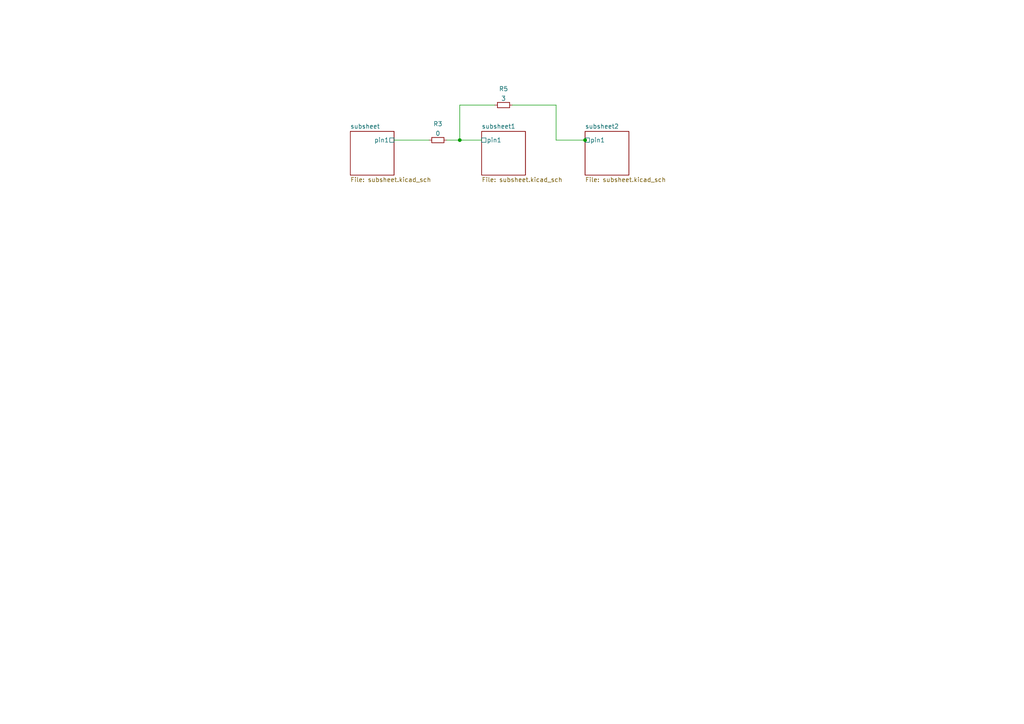
<source format=kicad_sch>
(kicad_sch (version 20211123) (generator eeschema)
  (paper "A4")
  (lib_symbols
    (symbol "Device:R_Small" (pin_numbers hide) (pin_names (offset 0.254) hide)
      (property "Reference" "R" (at 0.762 0.508 0))
      (property "Value" "R_Small" (at 0.762 -1.016 0))
      (symbol "R_Small_0_1"
        (rectangle (start -0.762 1.778) (end 0.762 -1.778) (stroke (width 0.2032)))
      )
      (symbol "R_Small_1_1"
        (pin passive line (at 0 2.54 270) (length 0.762) (name "~") (number "1"))
        (pin passive line (at 0 -2.54 90) (length 0.762) (name "~") (number "2"))
      )
    )
  )
  (junction (at 133.35 40.64))
  (junction (at 169.7 40.64))
  (wire (pts (xy 133.35 40.64) (xy 139.7 40.64)))
  (wire (pts (xy 143.51 30.48) (xy 133.35 30.48)))
  (wire (pts (xy 129.54 40.64) (xy 133.35 40.64)))
  (wire (pts (xy 133.35 30.48) (xy 133.35 40.64)))
  (wire (pts (xy 161.29 40.64) (xy 161.29 30.48)))
  (wire (pts (xy 170.18 40.64) (xy 169.7 40.64)))
  (wire (pts (xy 169.7 40.64) (xy 161.29 40.64)))
  (wire (pts (xy 161.29 30.48) (xy 148.59 30.48)))
  (wire (pts (xy 114.3 40.64) (xy 124.46 40.64)))
  (symbol (lib_id "Device:R_Small") (at 127 40.64 90) (unit 1)
    (property "Reference" "R3" (at 127 35.9369 90))
    (property "Value" "0" (at 127 38.712 90))
    (property "Footprint" "Resistor_SMD:R_01005_0402Metric" (effects hide))
  )
  (symbol (lib_id "Device:R_Small") (at 146.05 30.48 90) (unit 1)
    (property "Reference" "R5" (at 146.05 25.7769 90))
    (property "Value" "3" (at 146.05 28.552 90))
    (property "Footprint" "Resistor_SMD:R_01005_0402Metric" (effects hide))
  )
  (sheet (at 101.6 38.1) (size 12.7 12.7) (stroke (width 0.1524))
    (property "Sheet name" "subsheet" (at 101.6 37.3884 0) (effects (justify left bottom)))
    (property "Sheet file" "subsheet.kicad_sch" (at 101.6 51.3846 0) (effects (justify left top)))
    (pin "pin1" passive (at 114.3 40.64 0))
  )
  (sheet (at 139.7 38.1) (size 12.7 12.7) (stroke (width 0.1524))
    (property "Sheet name" "subsheet1" (at 139.7 37.3884 0) (effects (justify left bottom)))
    (property "Sheet file" "subsheet.kicad_sch" (at 139.7 51.3846 0) (effects (justify left top)))
    (pin "pin1" passive (at 139.7 40.64 180))
  )
  (sheet (at 169.7 38.1) (size 12.7 12.7) (stroke (width 0.1524))
    (property "Sheet name" "subsheet2" (at 169.7 37.3884 0) (effects (justify left bottom)))
    (property "Sheet file" "subsheet.kicad_sch" (at 169.7 51.3846 0) (effects (justify left top)))
    (pin "pin1" passive (at 169.7 40.64 180))
  )
)
</source>
